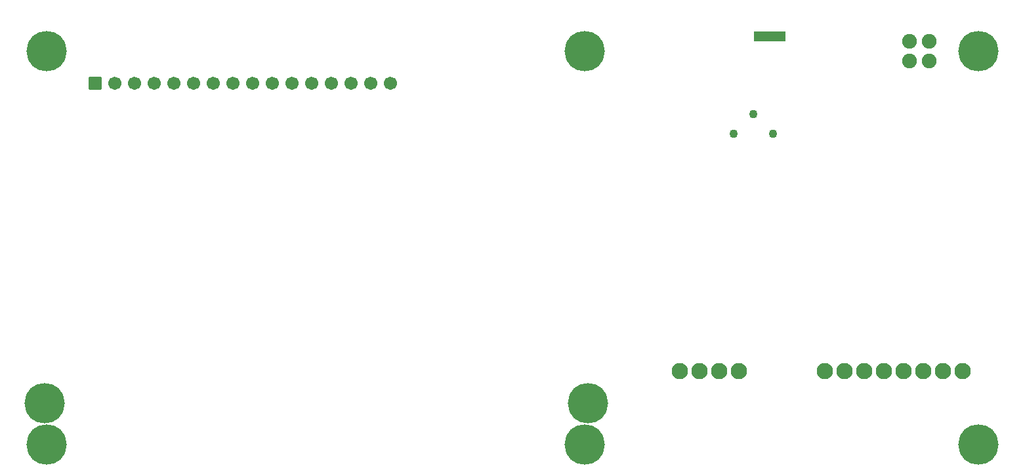
<source format=gbs>
G04 Layer: BottomSolderMaskLayer*
G04 Panelize: , Column: 2, Row: 2, Board Size: 127.89mm x 58.42mm, Panelized Board Size: 257.78mm x 118.84mm*
G04 EasyEDA v6.5.34, 2023-09-07 21:57:30*
G04 74dac189c7254be0b42c3ceae140a3ac,5a6b42c53f6a479593ecc07194224c93,10*
G04 Gerber Generator version 0.2*
G04 Scale: 100 percent, Rotated: No, Reflected: No *
G04 Dimensions in millimeters *
G04 leading zeros omitted , absolute positions ,4 integer and 5 decimal *
%FSLAX45Y45*%
%MOMM*%

%AMMACRO1*1,1,$1,$2,$3*1,1,$1,$4,$5*1,1,$1,0-$2,0-$3*1,1,$1,0-$4,0-$5*20,1,$1,$2,$3,$4,$5,0*20,1,$1,$4,$5,0-$2,0-$3,0*20,1,$1,0-$2,0-$3,0-$4,0-$5,0*20,1,$1,0-$4,0-$5,$2,$3,0*4,1,4,$2,$3,$4,$5,0-$2,0-$3,0-$4,0-$5,$2,$3,0*%
%ADD10C,1.1016*%
%ADD11C,1.7016*%
%ADD12MACRO1,0.1016X-0.8X-0.8X-0.8X0.8*%
%ADD13C,5.2032*%
%ADD14C,2.1016*%
%ADD15C,1.9016*%

%LPD*%
D10*
G01*
X9753574Y4394200D03*
G01*
X9499574Y4648200D03*
G01*
X9245574Y4394200D03*
D11*
G01*
X4819497Y5048199D03*
G01*
X4565497Y5048199D03*
G01*
X4311497Y5048199D03*
G01*
X4057497Y5048199D03*
G01*
X3803497Y5048199D03*
G01*
X3549497Y5048199D03*
G01*
X3295497Y5048199D03*
G01*
X3041497Y5048199D03*
G01*
X2787497Y5048199D03*
G01*
X2533497Y5048199D03*
G01*
X2279497Y5048199D03*
G01*
X2025497Y5048199D03*
G01*
X1771497Y5048199D03*
G01*
X1517497Y5048199D03*
G01*
X1263497Y5048199D03*
D12*
G01*
X1009497Y5048199D03*
D13*
G01*
X381000Y5461000D03*
G01*
X381000Y381000D03*
G01*
X12405106Y5461000D03*
G01*
X12405106Y381000D03*
G01*
X7365974Y914400D03*
D14*
G01*
X10421111Y1329893D03*
G01*
X10675111Y1329893D03*
G01*
X10929111Y1329893D03*
G01*
X11183111Y1329893D03*
G01*
X11437111Y1329893D03*
G01*
X11691111Y1329893D03*
G01*
X11945111Y1329893D03*
G01*
X12199111Y1329893D03*
G01*
X8550529Y1329918D03*
G01*
X8804529Y1329918D03*
G01*
X9058529Y1329918D03*
G01*
X9312529Y1329918D03*
D13*
G01*
X355600Y914400D03*
D15*
G01*
X11516106Y5588000D03*
G01*
X11516106Y5334000D03*
G01*
X11770106Y5334000D03*
G01*
X11770106Y5588000D03*
D13*
G01*
X7325106Y5461000D03*
G01*
X7325106Y381000D03*
G36*
X9512274Y5714974D02*
G01*
X9918674Y5714974D01*
X9918674Y5587974D01*
X9512274Y5587974D01*
G37*
M02*

</source>
